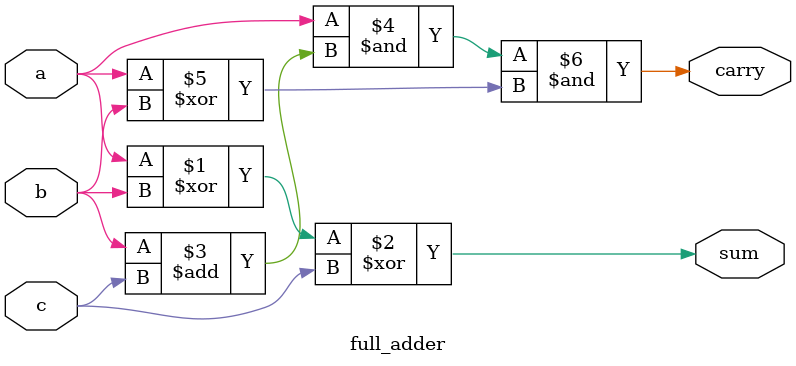
<source format=v>
`timescale 1ns / 1ps


module full_adder(
    input a,
    input b,
    input c,
    output sum,
    output carry
    );
    
    assign sum = a ^ b ^ c;
    assign carry = a&b + c&(a^b);
    
endmodule

</source>
